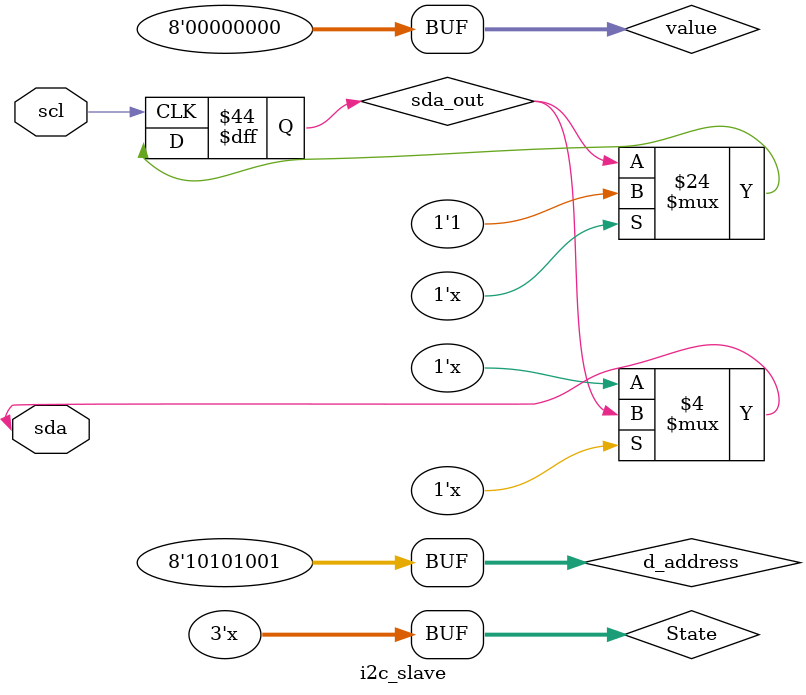
<source format=v>
module i2c_slave
#(parameter DEVICE_ADDRESS = 8'b10101001) //10101001	
(
 input scl, //debug ware
 inout sda  //debug ware
);

parameter START_ST = 0,
          ADDRESS_ST = 1,
		  ACK_NACK_ST = 2,
          READ_ST = 3,
          WRITE_ST = 4,
		  STOP_ST = 5;
		  
parameter ADDRESS_SIZE = 7, // 6 bit address + 1 bit W/R
          READ_SIZE = 7,
		  WRITE_SIZE = 7;		  

wire sda_in;
reg  sda_out;
wire scl_in;
reg  scl_out;


wire[7:0] data;// data for master
reg [7:0] buffer=0; // ouput data from sda_in
reg [2:0] State;
reg [3:0] cnt=0;
wire[7:0] d_address = 8'b10101001;//DEVICE_ADDRESS;
reg [7:0] value=0;


initial State <= START_ST; // begin with start state

 
assign sda = ((State == ACK_NACK_ST)||(State == READ_ST)) 
             ? sda_out :1'bz; //when flag is true sda work as input 
 
assign sda_in =((State != ACK_NACK_ST)||(State != READ_ST)) ? sda : 1'bz;
always@* begin

case(State)
START_ST:begin
case({scl,sda}) //waiting for before master initial start
2'b10:begin
State = ADDRESS_ST;
$display("Slave Start!");
end
default:begin
State = START_ST;
$display("Cycle Start");  
end

endcase

end//START_ST
endcase
end //always


always@(posedge scl)begin
 case(State)
 ADDRESS_ST:begin 
 buffer <= {buffer[6:0],sda_in}; // shift data and read address
 cnt <= (cnt == ADDRESS_SIZE)? 0 : cnt+1;
 $display("Slave buffer=0%b\t",buffer);
 $display("Slave repeat cnt=%d\t",cnt);
 if(cnt == ADDRESS_SIZE)begin
 if(buffer === 7'b1010100)begin
  State <= ACK_NACK_ST;
  $display("Address slave equal");
  //sda_out <= 1;  
 end
end
 
 end // ADRRESS_ST
 
 
 WRITE_ST:begin
 $display("Slave write state!");
 //if(cnt == WRITE_SIZE)State <= STOP_ST;
 cnt <= (cnt == WRITE_SIZE)? 0 : cnt+1;
 //buffer <= {buffer[6:0],sda}; // read Address
 end
 
ACK_NACK_ST:begin
$display("Slave ACK_NACK_ST state!");
buffer <= {buffer[6:0],sda};
$display("Slave buffer=0%b\t",buffer);
sda_out =1;
end
 
 

endcase

end //always
endmodule
 
</source>
